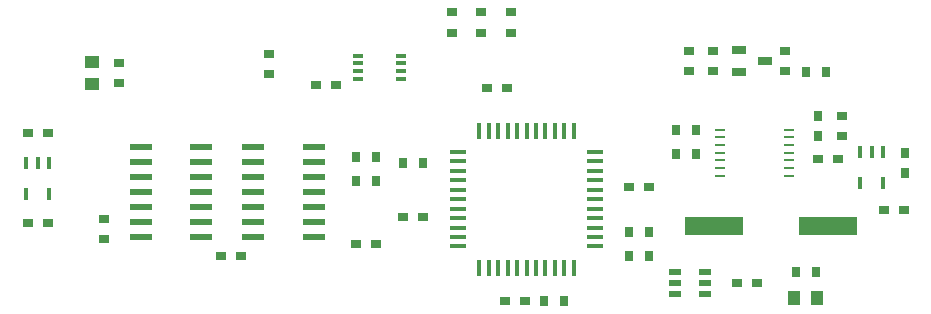
<source format=gtp>
G04 EAGLE Gerber RS-274X export*
G75*
%MOMM*%
%FSLAX34Y34*%
%LPD*%
%INpad maske top*%
%IPPOS*%
%AMOC8*
5,1,8,0,0,1.08239X$1,22.5*%
G01*
%ADD10R,1.240000X1.040000*%
%ADD11R,0.900000X0.800000*%
%ADD12R,0.800000X0.900000*%
%ADD13R,1.899919X0.528319*%
%ADD14R,1.400000X0.400000*%
%ADD15R,0.400000X1.400000*%
%ADD16R,4.947919X1.544319*%
%ADD17R,0.929638X0.243838*%
%ADD18R,1.200000X0.800000*%
%ADD19R,0.440000X1.090000*%
%ADD20R,0.920000X0.320000*%
%ADD21R,0.980000X0.480000*%
%ADD22R,1.040000X1.240000*%


D10*
X93980Y196240D03*
X93980Y215240D03*
D11*
X203590Y50800D03*
X220590Y50800D03*
X317890Y60960D03*
X334890Y60960D03*
X374260Y83820D03*
X357260Y83820D03*
X460620Y12700D03*
X443620Y12700D03*
X549030Y109220D03*
X566030Y109220D03*
X116840Y214240D03*
X116840Y197240D03*
X104140Y82160D03*
X104140Y65160D03*
X243840Y221860D03*
X243840Y204860D03*
D12*
X317890Y134620D03*
X334890Y134620D03*
X317890Y114300D03*
X334890Y114300D03*
X357260Y129540D03*
X374260Y129540D03*
D13*
X186944Y67310D03*
X135636Y67310D03*
X186944Y80010D03*
X186944Y92710D03*
X135636Y80010D03*
X135636Y92710D03*
X186944Y105410D03*
X135636Y105410D03*
X186944Y118110D03*
X186944Y130810D03*
X135636Y118110D03*
X135636Y130810D03*
X186944Y143510D03*
X135636Y143510D03*
X282194Y67310D03*
X230886Y67310D03*
X282194Y80010D03*
X282194Y92710D03*
X230886Y80010D03*
X230886Y92710D03*
X282194Y105410D03*
X230886Y105410D03*
X282194Y118110D03*
X282194Y130810D03*
X230886Y118110D03*
X230886Y130810D03*
X282194Y143510D03*
X230886Y143510D03*
D14*
X404280Y139060D03*
X404280Y131060D03*
X404280Y123060D03*
X404280Y115060D03*
X404280Y107060D03*
X404280Y99060D03*
X404280Y91060D03*
X404280Y83060D03*
X404280Y75060D03*
X404280Y67060D03*
X404280Y59060D03*
D15*
X422280Y41060D03*
X430280Y41060D03*
X438280Y41060D03*
X446280Y41060D03*
X454280Y41060D03*
X462280Y41060D03*
X470280Y41060D03*
X478280Y41060D03*
X486280Y41060D03*
X494280Y41060D03*
X502280Y41060D03*
D14*
X520280Y59060D03*
X520280Y67060D03*
X520280Y75060D03*
X520280Y83060D03*
X520280Y91060D03*
X520280Y99060D03*
X520280Y107060D03*
X520280Y115060D03*
X520280Y123060D03*
X520280Y131060D03*
X520280Y139060D03*
D15*
X502280Y157060D03*
X494280Y157060D03*
X486280Y157060D03*
X478280Y157060D03*
X470280Y157060D03*
X462280Y157060D03*
X454280Y157060D03*
X446280Y157060D03*
X438280Y157060D03*
X430280Y157060D03*
X422280Y157060D03*
D11*
X764930Y90170D03*
X781930Y90170D03*
D12*
X782320Y121040D03*
X782320Y138040D03*
D16*
X621030Y76200D03*
X717550Y76200D03*
D17*
X684498Y118930D03*
X684498Y125430D03*
X684498Y131930D03*
X684498Y138430D03*
X684498Y144930D03*
X684498Y151430D03*
X684498Y157930D03*
X626142Y157930D03*
X626142Y151430D03*
X626142Y144930D03*
X626142Y138430D03*
X626142Y131930D03*
X626142Y125430D03*
X626142Y118930D03*
D12*
X566030Y50800D03*
X549030Y50800D03*
X566030Y71120D03*
X549030Y71120D03*
D11*
X56760Y78740D03*
X39760Y78740D03*
X56760Y154940D03*
X39760Y154940D03*
D18*
X663780Y215900D03*
X641780Y206400D03*
X641780Y225400D03*
D11*
X599440Y224400D03*
X599440Y207400D03*
X619760Y224400D03*
X619760Y207400D03*
X680720Y207400D03*
X680720Y224400D03*
D12*
X698890Y207010D03*
X715890Y207010D03*
D19*
X57760Y129841D03*
X48260Y129841D03*
X38760Y129841D03*
X38760Y103839D03*
X57760Y103839D03*
X763880Y138731D03*
X754380Y138731D03*
X744880Y138731D03*
X744880Y112729D03*
X763880Y112729D03*
D20*
X355820Y201070D03*
X355820Y207570D03*
X355820Y214070D03*
X355820Y220570D03*
X319820Y220570D03*
X319820Y214070D03*
X319820Y207570D03*
X319820Y201070D03*
D11*
X300600Y195580D03*
X283600Y195580D03*
X728980Y152790D03*
X728980Y169790D03*
D12*
X708660Y152790D03*
X708660Y169790D03*
D11*
X709050Y133350D03*
X726050Y133350D03*
X399034Y257166D03*
X399034Y240166D03*
X448818Y257166D03*
X448818Y240166D03*
X423926Y257166D03*
X423926Y240166D03*
D21*
X587710Y37440D03*
X587710Y27940D03*
X587710Y18440D03*
X613710Y37440D03*
X613710Y27940D03*
X613710Y18440D03*
D11*
X640470Y27940D03*
X657470Y27940D03*
X445380Y193040D03*
X428380Y193040D03*
D12*
X476640Y12700D03*
X493640Y12700D03*
D22*
X689000Y15240D03*
X708000Y15240D03*
D12*
X690000Y37440D03*
X707000Y37440D03*
X605400Y157480D03*
X588400Y157480D03*
X605400Y137160D03*
X588400Y137160D03*
M02*

</source>
